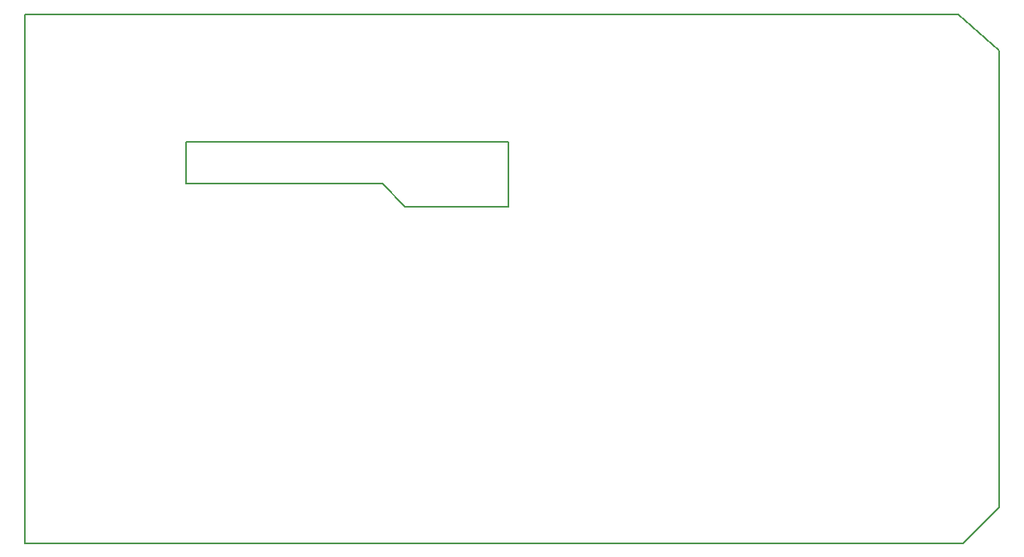
<source format=gm1>
G04 #@! TF.GenerationSoftware,KiCad,Pcbnew,(5.1.4)-1*
G04 #@! TF.CreationDate,2021-04-19T15:03:56+02:00*
G04 #@! TF.ProjectId,cSLIM-shield,63534c49-4d2d-4736-9869-656c642e6b69,rev?*
G04 #@! TF.SameCoordinates,Original*
G04 #@! TF.FileFunction,Profile,NP*
%FSLAX46Y46*%
G04 Gerber Fmt 4.6, Leading zero omitted, Abs format (unit mm)*
G04 Created by KiCad (PCBNEW (5.1.4)-1) date 2021-04-19 15:03:56*
%MOMM*%
%LPD*%
G04 APERTURE LIST*
%ADD10C,0.150000*%
G04 APERTURE END LIST*
D10*
X148717000Y-88392000D02*
X146939000Y-88392000D01*
X151130000Y-90805000D02*
X148717000Y-88392000D01*
X154051000Y-90805000D02*
X151130000Y-90805000D01*
X128016000Y-88392000D02*
X128016000Y-88138000D01*
X146939000Y-88392000D02*
X128016000Y-88392000D01*
X128016000Y-88138000D02*
X128016000Y-87503000D01*
X162052000Y-90805000D02*
X154051000Y-90805000D01*
X162052000Y-87503000D02*
X162052000Y-90805000D01*
X128016000Y-87503000D02*
X128016000Y-83947000D01*
X162052000Y-83947000D02*
X162052000Y-87503000D01*
X128016000Y-83947000D02*
X162052000Y-83947000D01*
X213868000Y-85725000D02*
X213868000Y-122555000D01*
X210058000Y-126365000D02*
X213868000Y-122555000D01*
X177038000Y-126365000D02*
X210058000Y-126365000D01*
X209550000Y-70485000D02*
X213868000Y-74295000D01*
X209550000Y-70485000D02*
X175514000Y-70485000D01*
X213868000Y-85725000D02*
X213868000Y-74295000D01*
X110998000Y-126365000D02*
X177038000Y-126365000D01*
X110998000Y-70485000D02*
X110998000Y-126365000D01*
X175514000Y-70485000D02*
X110998000Y-70485000D01*
M02*

</source>
